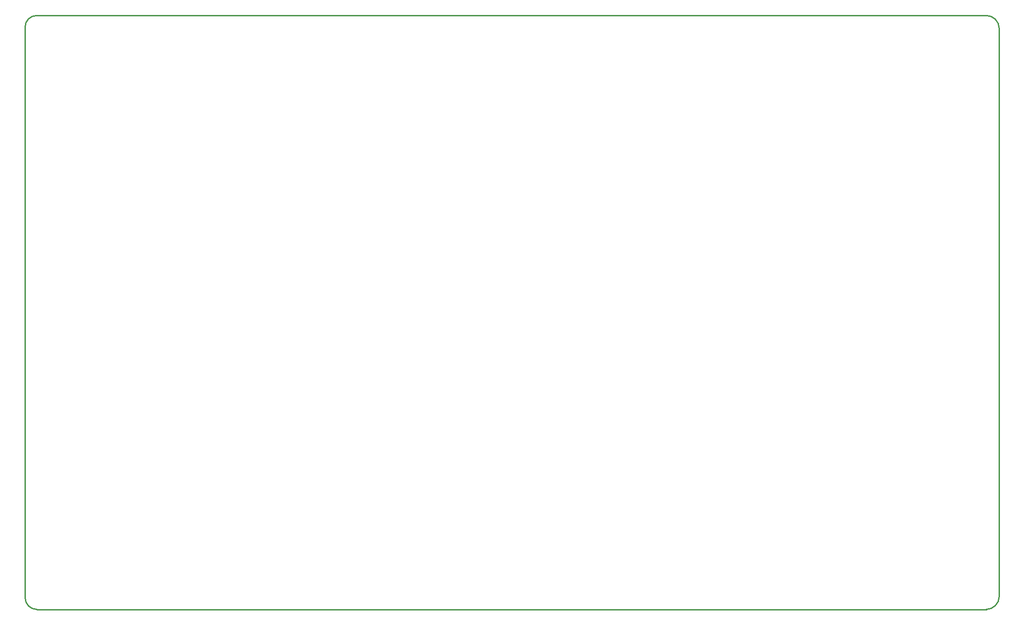
<source format=gm1>
G04*
G04 #@! TF.GenerationSoftware,Altium Limited,Altium Designer,20.1.11 (218)*
G04*
G04 Layer_Color=16711935*
%FSAX25Y25*%
%MOIN*%
G70*
G04*
G04 #@! TF.SameCoordinates,E0C1F809-B248-4629-B2B7-0F7BAD0073A3*
G04*
G04*
G04 #@! TF.FilePolarity,Positive*
G04*
G01*
G75*
%ADD11C,0.01000*%
D11*
X0008616Y0436516D02*
G03*
X0000000Y0427900I0000000J-0008616D01*
G01*
X0715719Y0426900D02*
G03*
X0706100Y0436500I-0009619J-0000019D01*
G01*
X0706081Y-0000019D02*
G03*
X0715700Y0009600I0000000J0009619D01*
G01*
X0000017Y0008616D02*
G03*
X0008633Y-0000000I0008616J0000000D01*
G01*
X0008616Y0436516D02*
X0706100D01*
X0000000Y0009600D02*
Y0427900D01*
Y0008616D02*
Y0009600D01*
X0008633Y-0000000D02*
X0706646Y0000000D01*
X0715700Y0009600D02*
Y0426900D01*
M02*

</source>
